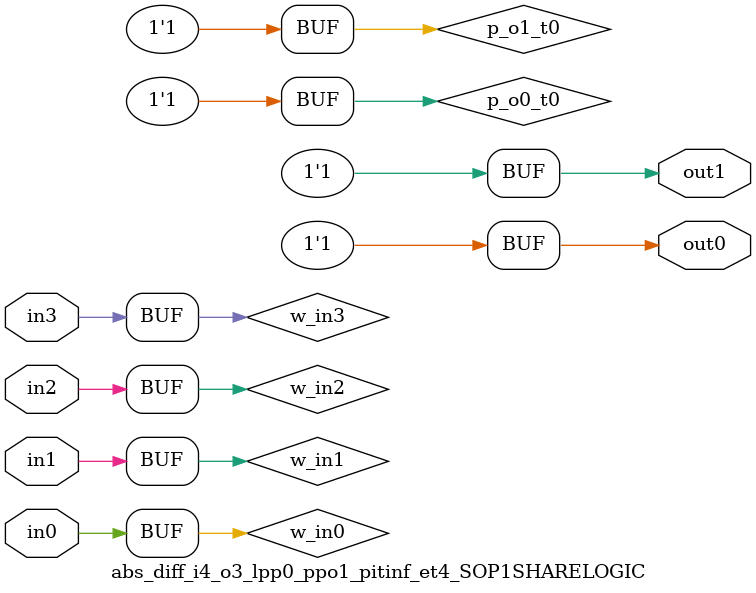
<source format=v>
module abs_diff_i4_o3_lpp0_ppo1_pitinf_et4_SOP1SHARELOGIC (in0, in1, in2, in3, out0, out1);
// declaring inputs
input in0,  in1,  in2,  in3;
// declaring outputs
output out0,  out1;
// JSON model input
wire w_in3, w_in2, w_in1, w_in0;
// JSON model output
wire w_g17, w_g21;
//json model
wire p_o0_t0, p_o1_t0;
// JSON model input assign
assign w_in3 = in3;
assign w_in2 = in2;
assign w_in1 = in1;
assign w_in0 = in0;
//json model assigns (approximated/XPATed part)
assign p_o0_t0 = 1;
assign out0 = p_o0_t0;
assign p_o1_t0 = 1;
assign out1 = p_o1_t0;
endmodule
</source>
